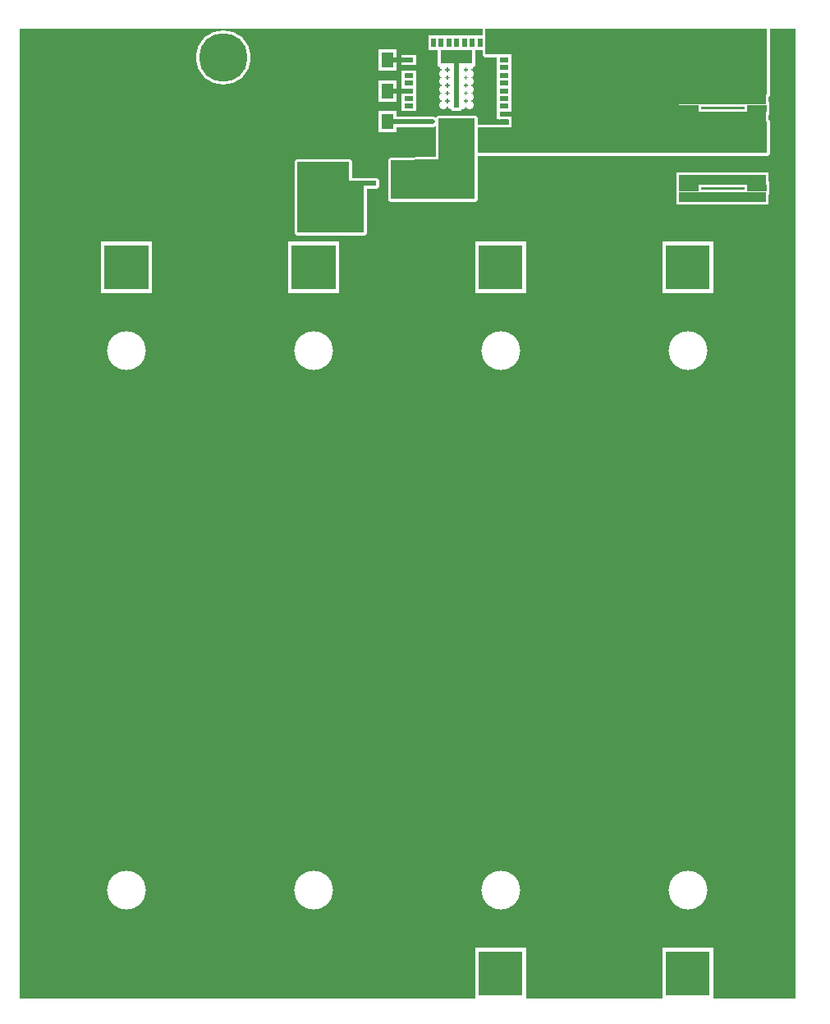
<source format=gbr>
%FSLAX34Y34*%
%MOMM*%
%LNCOPPER_TOP*%
G71*
G01*
%ADD10C,4.000*%
%ADD11R,2.250X2.250*%
%ADD12R,1.550X1.100*%
%ADD13R,3.900X2.000*%
%ADD14R,1.100X1.550*%
%ADD15R,1.130X5.250*%
%ADD16C,0.900*%
%ADD17R,2.600X1.400*%
%ADD18R,9.600X1.600*%
%ADD19C,0.600*%
%ADD20C,1.100*%
%ADD21R,2.200X1.900*%
%ADD22R,1.900X2.200*%
%ADD23R,1.600X3.100*%
%ADD24R,2.200X2.200*%
%ADD25C,5.600*%
%ADD26R,1.650X1.650*%
%ADD27R,0.950X0.500*%
%ADD28R,3.300X1.400*%
%ADD29R,0.500X0.950*%
%ADD30R,0.530X4.650*%
%ADD31R,2.000X0.800*%
%ADD32R,9.000X1.000*%
%ADD33C,0.500*%
%ADD34R,1.600X1.300*%
%ADD35R,1.300X1.600*%
%ADD36R,1.000X2.500*%
%ADD37R,1.600X1.600*%
%ADD38C,5.000*%
%LPD*%
G36*
X-60000Y140000D02*
X740000Y140000D01*
X740000Y-860000D01*
X-60000Y-860000D01*
X-60000Y140000D01*
G37*
%LPC*%
X50000Y-192000D02*
G54D10*
D03*
X50000Y-748000D02*
G54D10*
D03*
G36*
X76500Y-79500D02*
X76500Y-132500D01*
X23500Y-132500D01*
X23500Y-79500D01*
X76500Y-79500D01*
G37*
X243000Y-192000D02*
G54D10*
D03*
X243000Y-748000D02*
G54D10*
D03*
G36*
X269500Y-79500D02*
X269500Y-132500D01*
X216500Y-132500D01*
X216500Y-79500D01*
X269500Y-79500D01*
G37*
X436000Y-192000D02*
G54D10*
D03*
X436000Y-748000D02*
G54D10*
D03*
G36*
X462500Y-79500D02*
X462500Y-132500D01*
X409500Y-132500D01*
X409500Y-79500D01*
X462500Y-79500D01*
G37*
G36*
X462500Y-807500D02*
X462500Y-860500D01*
X409500Y-860500D01*
X409500Y-807500D01*
X462500Y-807500D01*
G37*
X629000Y-192000D02*
G54D10*
D03*
X629000Y-748000D02*
G54D10*
D03*
G36*
X655500Y-79500D02*
X655500Y-132500D01*
X602500Y-132500D01*
X602500Y-79500D01*
X655500Y-79500D01*
G37*
G36*
X655500Y-807500D02*
X655500Y-860500D01*
X602500Y-860500D01*
X602500Y-807500D01*
X655500Y-807500D01*
G37*
X436250Y30250D02*
G54D11*
D03*
X436250Y121750D02*
G54D11*
D03*
X341250Y44000D02*
G54D12*
D03*
X341250Y60000D02*
G54D12*
D03*
X341250Y68000D02*
G54D12*
D03*
X341250Y76000D02*
G54D12*
D03*
X341250Y84000D02*
G54D12*
D03*
X341250Y92000D02*
G54D12*
D03*
X341250Y108000D02*
G54D12*
D03*
X390500Y40500D02*
G54D13*
D03*
X366500Y125250D02*
G54D14*
D03*
X374500Y125250D02*
G54D14*
D03*
X382500Y125250D02*
G54D14*
D03*
X390500Y125250D02*
G54D14*
D03*
X398500Y125250D02*
G54D14*
D03*
X406500Y125250D02*
G54D14*
D03*
X414500Y125250D02*
G54D14*
D03*
X422500Y125250D02*
G54D14*
D03*
X439750Y52000D02*
G54D12*
D03*
X439750Y60000D02*
G54D12*
D03*
X439750Y68000D02*
G54D12*
D03*
X439750Y76000D02*
G54D12*
D03*
X439750Y84000D02*
G54D12*
D03*
X439750Y92000D02*
G54D12*
D03*
X439750Y100000D02*
G54D12*
D03*
X439750Y108000D02*
G54D12*
D03*
X374500Y26750D02*
G54D14*
D03*
X382500Y26750D02*
G54D14*
D03*
X390500Y26750D02*
G54D14*
D03*
X398500Y26750D02*
G54D14*
D03*
X406500Y26750D02*
G54D14*
D03*
X414500Y26750D02*
G54D14*
D03*
X422500Y26750D02*
G54D14*
D03*
X390500Y111500D02*
G54D13*
D03*
X390500Y81300D02*
G54D15*
D03*
X385000Y101500D02*
G54D16*
D03*
X630000Y58000D02*
G54D17*
D03*
X700000Y58000D02*
G54D17*
D03*
X665000Y49000D02*
G54D18*
D03*
X665000Y67000D02*
G54D18*
D03*
X630000Y-24600D02*
G54D17*
D03*
X700000Y-24600D02*
G54D17*
D03*
X665000Y-33600D02*
G54D18*
D03*
X665000Y-15600D02*
G54D18*
D03*
G36*
X710000Y72000D02*
X710000Y140000D01*
X420000Y140000D01*
X420000Y113500D01*
X447500Y113500D01*
X447500Y54500D01*
X435000Y54500D01*
X435000Y49500D01*
X447500Y49500D01*
X447500Y38500D01*
X412000Y38500D01*
X412000Y12000D01*
X710000Y12000D01*
X710000Y44000D01*
X620000Y44000D01*
X620000Y72000D01*
X710000Y72000D01*
G37*
G54D19*
X710000Y72000D02*
X710000Y140000D01*
X420000Y140000D01*
X420000Y113500D01*
X447500Y113500D01*
X447500Y54500D01*
X435000Y54500D01*
X435000Y49500D01*
X447500Y49500D01*
X447500Y38500D01*
X412000Y38500D01*
X412000Y12000D01*
X710000Y12000D01*
X710000Y44000D01*
X620000Y44000D01*
X620000Y72000D01*
X710000Y72000D01*
G36*
X226500Y2500D02*
X279500Y2500D01*
X279500Y-17000D01*
X307000Y-17000D01*
X307000Y-22000D01*
X294500Y-22000D01*
X294500Y-70000D01*
X226500Y-70000D01*
X226500Y2500D01*
G37*
G54D19*
X226500Y2500D02*
X279500Y2500D01*
X279500Y-17000D01*
X307000Y-17000D01*
X307000Y-22000D01*
X294500Y-22000D01*
X294500Y-70000D01*
X226500Y-70000D01*
X226500Y2500D01*
G54D20*
X341250Y44000D02*
X319500Y44000D01*
X365500Y44000D02*
G54D16*
D03*
X332000Y44000D02*
G54D16*
D03*
X349500Y44000D02*
G54D16*
D03*
X357500Y44000D02*
G54D16*
D03*
G54D20*
X365500Y44000D02*
X341300Y44050D01*
X341250Y44000D01*
G36*
X372000Y47500D02*
X409000Y47500D01*
X409000Y-35000D01*
X322500Y-35000D01*
X322500Y4500D01*
X372000Y5000D01*
X372000Y47500D01*
G37*
G54D19*
X372000Y47500D02*
X409000Y47500D01*
X409000Y-35000D01*
X322500Y-35000D01*
X322500Y4500D01*
X372000Y5000D01*
X372000Y47500D01*
X472500Y18500D02*
G54D21*
D03*
X496500Y18500D02*
G54D21*
D03*
X319500Y108000D02*
G54D22*
D03*
X319500Y76000D02*
G54D22*
D03*
X319500Y44000D02*
G54D22*
D03*
X542000Y24500D02*
G54D23*
D03*
X397500Y-27000D02*
G54D24*
D03*
X373500Y-27000D02*
G54D24*
D03*
X327500Y-22500D02*
G54D23*
D03*
X150000Y110500D02*
G54D25*
D03*
X385000Y93500D02*
G54D16*
D03*
X385000Y85500D02*
G54D16*
D03*
X385000Y77500D02*
G54D16*
D03*
X385000Y69500D02*
G54D16*
D03*
X385000Y61500D02*
G54D16*
D03*
X377000Y101500D02*
G54D16*
D03*
X377000Y93500D02*
G54D16*
D03*
X377000Y85500D02*
G54D16*
D03*
X377000Y77500D02*
G54D16*
D03*
X377000Y69500D02*
G54D16*
D03*
X377000Y61500D02*
G54D16*
D03*
X396000Y101500D02*
G54D16*
D03*
X396000Y93500D02*
G54D16*
D03*
X396000Y85500D02*
G54D16*
D03*
X396000Y77500D02*
G54D16*
D03*
X396000Y69500D02*
G54D16*
D03*
X396000Y61500D02*
G54D16*
D03*
X404000Y101500D02*
G54D16*
D03*
X404000Y93500D02*
G54D16*
D03*
X404000Y85500D02*
G54D16*
D03*
X404000Y77500D02*
G54D16*
D03*
X404000Y69500D02*
G54D16*
D03*
X404000Y61500D02*
G54D16*
D03*
%LPD*%
G36*
X72500Y-83500D02*
X72500Y-128500D01*
X27500Y-128500D01*
X27500Y-83500D01*
X72500Y-83500D01*
G37*
G36*
X72500Y-811500D02*
X72500Y-856500D01*
X27500Y-856500D01*
X27500Y-811500D01*
X72500Y-811500D01*
G37*
G36*
X265500Y-83500D02*
X265500Y-128500D01*
X220500Y-128500D01*
X220500Y-83500D01*
X265500Y-83500D01*
G37*
G36*
X265500Y-811500D02*
X265500Y-856500D01*
X220500Y-856500D01*
X220500Y-811500D01*
X265500Y-811500D01*
G37*
G36*
X458500Y-83500D02*
X458500Y-128500D01*
X413500Y-128500D01*
X413500Y-83500D01*
X458500Y-83500D01*
G37*
G36*
X458500Y-811500D02*
X458500Y-856500D01*
X413500Y-856500D01*
X413500Y-811500D01*
X458500Y-811500D01*
G37*
G36*
X651500Y-83500D02*
X651500Y-128500D01*
X606500Y-128500D01*
X606500Y-83500D01*
X651500Y-83500D01*
G37*
G36*
X651500Y-811500D02*
X651500Y-856500D01*
X606500Y-856500D01*
X606500Y-811500D01*
X651500Y-811500D01*
G37*
X344750Y30250D02*
G54D26*
D03*
X344750Y121750D02*
G54D26*
D03*
X436250Y30250D02*
G54D26*
D03*
X436250Y121750D02*
G54D26*
D03*
X341250Y44000D02*
G54D27*
D03*
X341250Y52000D02*
G54D27*
D03*
X341250Y60000D02*
G54D27*
D03*
X341250Y68000D02*
G54D27*
D03*
X341250Y76000D02*
G54D27*
D03*
X341250Y84000D02*
G54D27*
D03*
X341250Y92000D02*
G54D27*
D03*
X341250Y100000D02*
G54D27*
D03*
X341250Y108000D02*
G54D27*
D03*
X390500Y40500D02*
G54D28*
D03*
X358500Y125250D02*
G54D29*
D03*
X366500Y125250D02*
G54D29*
D03*
X374500Y125250D02*
G54D29*
D03*
X382500Y125250D02*
G54D29*
D03*
X390500Y125250D02*
G54D29*
D03*
X398500Y125250D02*
G54D29*
D03*
X406500Y125250D02*
G54D29*
D03*
X414500Y125250D02*
G54D29*
D03*
X422500Y125250D02*
G54D29*
D03*
X439750Y44000D02*
G54D27*
D03*
X439750Y52000D02*
G54D27*
D03*
X439750Y60000D02*
G54D27*
D03*
X439750Y68000D02*
G54D27*
D03*
X439750Y76000D02*
G54D27*
D03*
X439750Y84000D02*
G54D27*
D03*
X439750Y92000D02*
G54D27*
D03*
X439750Y100000D02*
G54D27*
D03*
X439750Y108000D02*
G54D27*
D03*
X358500Y26750D02*
G54D29*
D03*
X366500Y26750D02*
G54D29*
D03*
X374500Y26750D02*
G54D29*
D03*
X382500Y26750D02*
G54D29*
D03*
X390500Y26750D02*
G54D29*
D03*
X398500Y26750D02*
G54D29*
D03*
X406500Y26750D02*
G54D29*
D03*
X414500Y26750D02*
G54D29*
D03*
X422500Y26750D02*
G54D29*
D03*
X390500Y111500D02*
G54D28*
D03*
X390500Y81300D02*
G54D30*
D03*
X630000Y58000D02*
G54D31*
D03*
X700000Y58000D02*
G54D31*
D03*
X665000Y49000D02*
G54D32*
D03*
X665000Y67000D02*
G54D32*
D03*
X630000Y-24600D02*
G54D31*
D03*
X700000Y-24600D02*
G54D31*
D03*
X665000Y-33600D02*
G54D32*
D03*
X665000Y-15600D02*
G54D32*
D03*
G36*
X710000Y72000D02*
X710000Y140000D01*
X420000Y140000D01*
X420000Y113500D01*
X447500Y113500D01*
X447500Y54500D01*
X435000Y54500D01*
X435000Y49500D01*
X447500Y49500D01*
X447500Y38500D01*
X412000Y38500D01*
X412000Y12000D01*
X710000Y12000D01*
X710000Y44000D01*
X620000Y44000D01*
X620000Y72000D01*
X710000Y72000D01*
G37*
G36*
X226500Y2500D02*
X279500Y2500D01*
X279500Y-17000D01*
X307000Y-17000D01*
X307000Y-22000D01*
X294500Y-22000D01*
X294500Y-70000D01*
X226500Y-70000D01*
X226500Y2500D01*
G37*
G54D33*
X341250Y44000D02*
X319500Y44000D01*
G54D33*
X365500Y44000D02*
X341300Y44050D01*
X341250Y44000D01*
G36*
X372000Y47500D02*
X409000Y47500D01*
X409000Y-35000D01*
X322500Y-35000D01*
X322500Y4500D01*
X372000Y5000D01*
X372000Y47500D01*
G37*
X472500Y18500D02*
G54D34*
D03*
X472500Y-500D02*
G54D34*
D03*
X496500Y18500D02*
G54D34*
D03*
X496500Y-500D02*
G54D34*
D03*
X319500Y108000D02*
G54D35*
D03*
X300500Y108000D02*
G54D35*
D03*
X319500Y76000D02*
G54D35*
D03*
X300500Y76000D02*
G54D35*
D03*
X319500Y44000D02*
G54D35*
D03*
X300500Y44000D02*
G54D35*
D03*
G54D33*
X341250Y76000D02*
X319500Y76000D01*
G54D33*
X341250Y108000D02*
X319500Y108000D01*
X542000Y24500D02*
G54D36*
D03*
X542000Y-14500D02*
G54D36*
D03*
X397500Y-27000D02*
G54D37*
D03*
X397500Y-55000D02*
G54D37*
D03*
X373500Y-27000D02*
G54D37*
D03*
X373500Y-55000D02*
G54D37*
D03*
X327500Y-22500D02*
G54D36*
D03*
X327500Y-61500D02*
G54D36*
D03*
X50000Y110500D02*
G54D38*
D03*
X150000Y110500D02*
G54D38*
D03*
M02*

</source>
